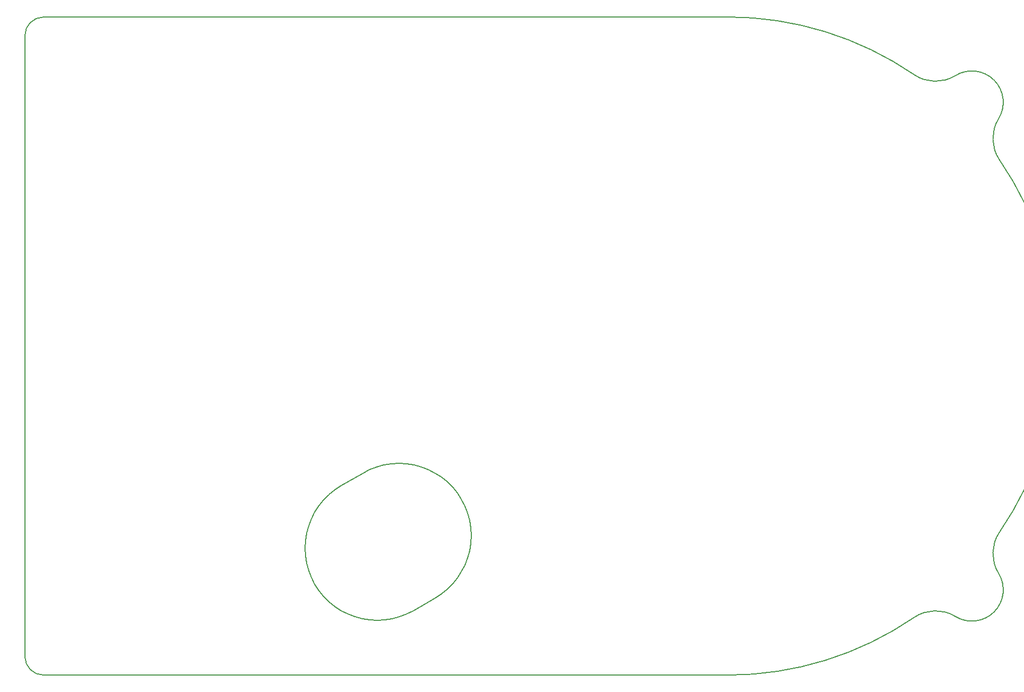
<source format=gbr>
G04 DipTrace 3.3.0.0*
G04 BoardOutline.gbr*
%MOIN*%
G04 #@! TF.FileFunction,Profile*
G04 #@! TF.Part,Single*
%ADD11C,0.005512*%
%FSLAX26Y26*%
G04*
G70*
G90*
G75*
G01*
G04 BoardOutline*
%LPD*%
X4803465Y394016D2*
D11*
X512126D1*
G02X394016Y512126I-2J118108D01*
G01*
Y4409764D1*
G02X512126Y4527874I118108J2D01*
G01*
X4803465D1*
G02X5972743Y4165341I-16J-2066957D01*
G01*
G03X6230866Y4159383I133627J194795D01*
G01*
G02X6501903Y3888346I103730J-167307D01*
G01*
G03X6507861Y3630223I200753J-124497D01*
G01*
G02X6507861Y1291667I-1704372J-1169278D01*
G01*
G03X6501903Y1033543I194795J-133627D01*
G01*
G02X6230866Y762507I-167307J-103730D01*
G01*
G03X5972743Y756549I-124497J-200753D01*
G01*
G02X4803465Y394016I-1169294J1704424D01*
G01*
D3*
X2830682Y799160D2*
X2967060Y877900D1*
X3006806Y903711D1*
X3043635Y933535D1*
X3077146Y967046D1*
X3106970Y1003875D1*
X3132781Y1043621D1*
X3154297Y1085845D1*
X3171280Y1130089D1*
X3183546Y1175865D1*
X3190959Y1222672D1*
X3193440Y1269999D1*
X3190959Y1317324D1*
X3183546Y1364131D1*
X3171281Y1409908D1*
X3154298Y1454151D1*
X3132782Y1496377D1*
X3106972Y1536122D1*
X3077148Y1572953D1*
X3043638Y1606463D1*
X3006808Y1636287D1*
X2967063Y1662098D1*
X2924837Y1683613D1*
X2880593Y1700596D1*
X2834818Y1712862D1*
X2788010Y1720276D1*
X2740684Y1722756D1*
X2693358Y1720276D1*
X2646551Y1712862D1*
X2600774Y1700597D1*
X2556531Y1683613D1*
X2514306Y1662098D1*
X2377927Y1583360D1*
X2338181Y1557549D1*
X2301352Y1527724D1*
X2267841Y1494214D1*
X2238017Y1457385D1*
X2212206Y1417639D1*
X2190690Y1375413D1*
X2173707Y1331169D1*
X2161441Y1285394D1*
X2154028Y1238585D1*
X2151547Y1191260D1*
X2154028Y1143934D1*
X2161441Y1097126D1*
X2173707Y1051350D1*
X2190690Y1007106D1*
X2212205Y964881D1*
X2238016Y925135D1*
X2267840Y888306D1*
X2301350Y854795D1*
X2338181Y824971D1*
X2377927Y799160D1*
X2420151Y777644D1*
X2464395Y760661D1*
X2510171Y748395D1*
X2556979Y740982D1*
X2604304Y738501D1*
X2651631Y740982D1*
X2698438Y748395D1*
X2744215Y760660D1*
X2788458Y777644D1*
X2830684Y799159D1*
M02*

</source>
